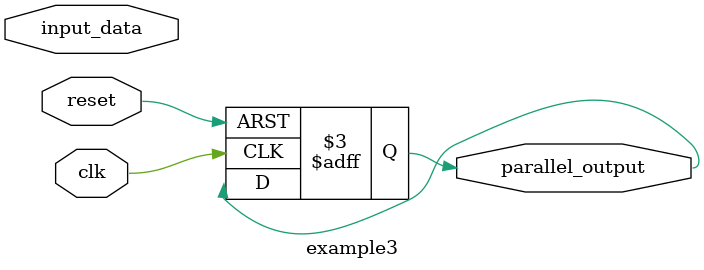
<source format=v>
module example3 (input_data, parallel_output, clk, reset);

input wire input_data, clk, reset;
parameter WIDTH = 0;
output reg [WIDTH:0] parallel_output;
wire temp;
always@(posedge clk, posedge reset) begin
    if(reset == 1'b1) begin
        parallel_output = {WIDTH{1'b0}};
    end
    else begin
        parallel_output <= {input_data, parallel_output [WIDTH:1]};
    end
end

endmodule

</source>
